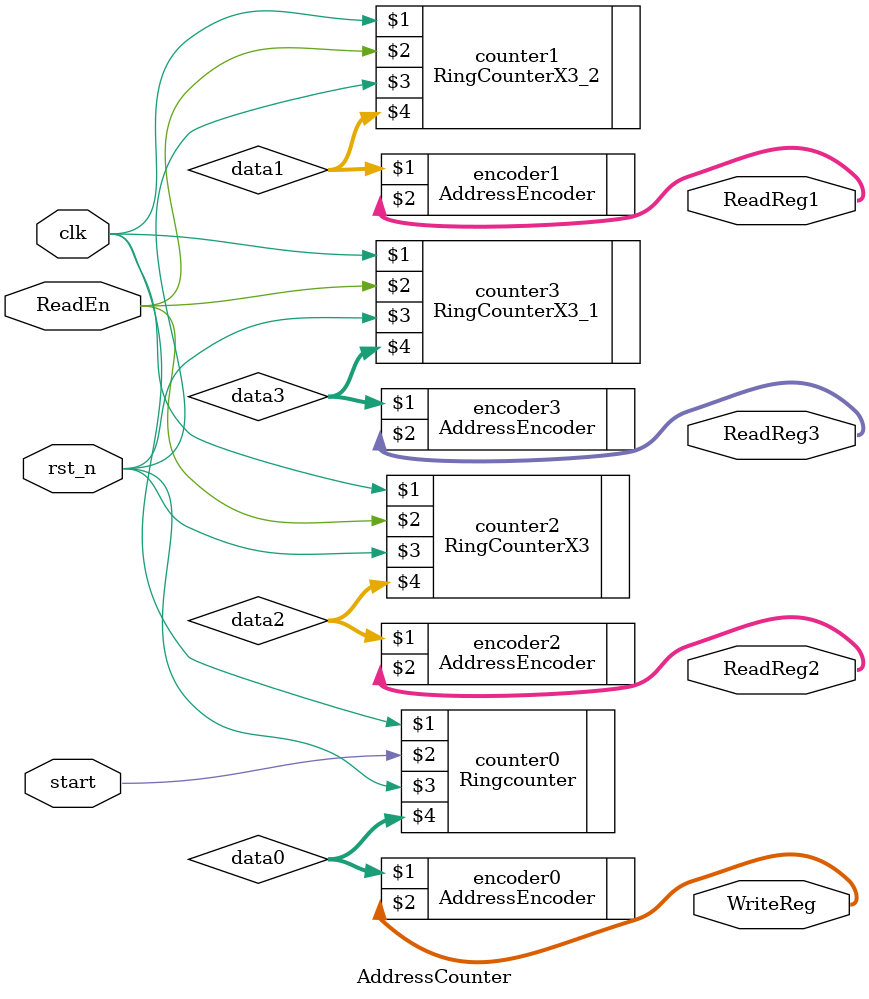
<source format=v>
`timescale 1ns / 1ps

module AddressCounter(clk, ReadEn, start,rst_n,ReadReg1,ReadReg2,ReadReg3,WriteReg);

input clk, ReadEn,start,rst_n;
output [3:0] ReadReg1,ReadReg2,ReadReg3,WriteReg;
wire [14:0] data0,data1,data2,data3;

Ringcounter counter0(clk, start, rst_n, data0);
AddressEncoder encoder0(data0, WriteReg);


RingCounterX3_2 counter1(clk, ReadEn, rst_n, data1);
AddressEncoder encoder1(data1, ReadReg1);


RingCounterX3 counter2(clk, ReadEn, rst_n, data2);
AddressEncoder encoder2(data2, ReadReg2);


RingCounterX3_1 counter3(clk, ReadEn, rst_n, data3);
AddressEncoder encoder3(data3, ReadReg3);

endmodule
</source>
